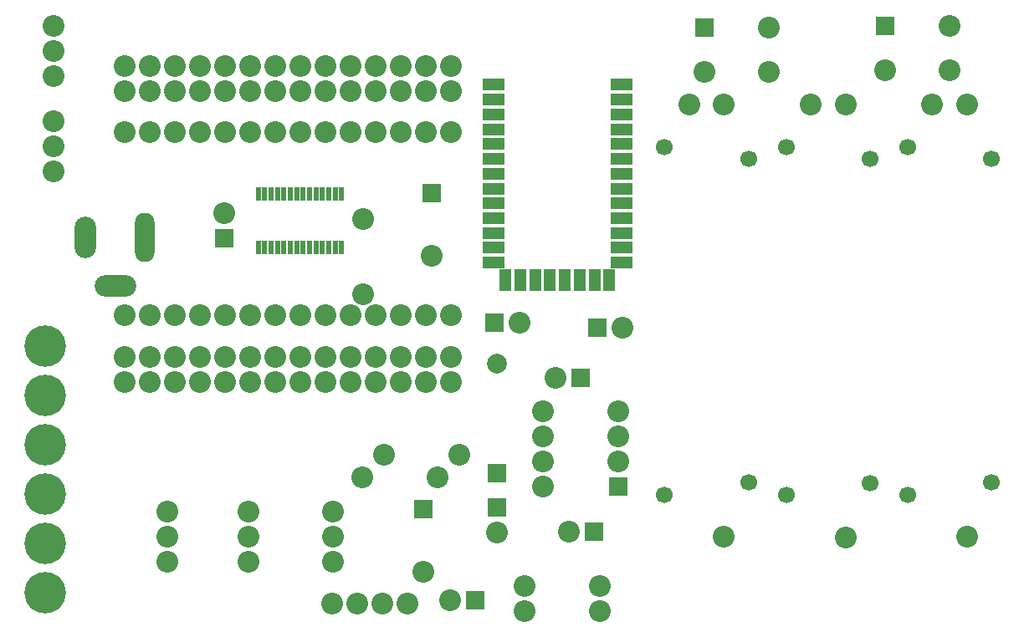
<source format=gbr>
G04 DipTrace 2.3.0.3*
%INTopMask.gbr*%
%MOIN*%
%ADD23C,0.0787*%
%ADD35C,0.0669*%
%ADD42R,0.0474X0.0867*%
%ADD44R,0.0867X0.0474*%
%ADD46C,0.1655*%
%ADD48R,0.0198X0.0572*%
%ADD50C,0.087*%
%ADD52O,0.1655X0.0867*%
%ADD54O,0.0867X0.1655*%
%ADD56O,0.0789X0.197*%
%ADD59C,0.087*%
%ADD61R,0.078X0.078*%
%ADD63C,0.0867*%
%FSLAX44Y44*%
G04*
G70*
G90*
G75*
G01*
%LNTopMask*%
%LPD*%
D63*
X5757Y24195D3*
Y23195D3*
Y22195D3*
Y27995D3*
Y26995D3*
Y25995D3*
D61*
X23415Y8781D3*
D59*
Y7781D3*
D61*
X27284Y7806D3*
D59*
X26284D3*
X24308Y16155D3*
D61*
X23308D3*
D59*
X20477Y6215D3*
D61*
Y8715D3*
D59*
X21553Y5094D3*
D61*
X22553D3*
D59*
X25737Y13971D3*
D61*
X26737D3*
D59*
X20799Y18815D3*
D61*
Y21315D3*
X23416Y10164D3*
D23*
Y14514D3*
D63*
X13493Y8615D3*
Y7615D3*
Y6615D3*
X10277Y8625D3*
Y7625D3*
Y6625D3*
X16889Y8633D3*
Y7633D3*
Y6633D3*
X8578Y23750D3*
X9578D3*
X10578D3*
X11578D3*
X12578D3*
X13578D3*
X14578D3*
X15578D3*
X16578D3*
X17578D3*
X18578D3*
X19578D3*
X20578D3*
X21578D3*
X21579Y16468D3*
X20579D3*
X19579D3*
X18579D3*
X17579D3*
X16579D3*
X15579D3*
X14579D3*
X13579D3*
X12579D3*
X11579D3*
X10579D3*
X9579D3*
X8579D3*
X21579Y26375D3*
X20579D3*
X19579D3*
X18579D3*
X17579D3*
X16579D3*
X15579D3*
X14579D3*
X13579D3*
X12579D3*
X11579D3*
X10579D3*
X9579D3*
X8579D3*
Y25375D3*
X9579D3*
X10579D3*
X11579D3*
X12579D3*
X13579D3*
X14579D3*
X15579D3*
X16579D3*
X17579D3*
X18579D3*
X19579D3*
X20579D3*
X21579D3*
Y14780D3*
X20579D3*
X19579D3*
X18579D3*
X17579D3*
X16579D3*
X15579D3*
X14579D3*
X13579D3*
X12579D3*
X11579D3*
X10579D3*
X9579D3*
X8579D3*
Y13780D3*
X9579D3*
X10579D3*
X11579D3*
X12579D3*
X13579D3*
X14579D3*
X15579D3*
X16579D3*
X17579D3*
X18579D3*
X19579D3*
X20579D3*
X21579D3*
D56*
X9377Y19544D3*
D54*
X7015D3*
D52*
X8196Y17615D3*
D59*
X28407Y15965D3*
D61*
X27407D3*
X28243Y9619D3*
D50*
Y10619D3*
Y11619D3*
Y12619D3*
X25243D3*
Y11619D3*
Y10619D3*
Y9619D3*
D61*
X12542Y19525D3*
D50*
Y20525D3*
D59*
X18055Y9977D3*
D50*
X21055D3*
D59*
X27510Y5652D3*
D50*
X24510D3*
D59*
X27510Y4662D3*
D50*
X24510D3*
D59*
X21894Y10903D3*
D50*
X18894D3*
D59*
X18067Y17305D3*
D50*
Y20305D3*
D61*
X31669Y27921D3*
D50*
Y26149D3*
X34229D3*
Y27921D3*
D61*
X38887Y27991D3*
D50*
Y26219D3*
X41446D3*
Y27991D3*
D63*
X42132Y24851D3*
X40754D3*
X42132Y7607D3*
D35*
X43116Y22685D3*
Y9772D3*
X39769Y23158D3*
Y9300D3*
D63*
X37291Y24847D3*
X35913D3*
X37291Y7603D3*
D35*
X38275Y22681D3*
Y9768D3*
X34929Y23154D3*
Y9296D3*
D63*
X32446Y24851D3*
X31068D3*
X32446Y7607D3*
D35*
X33430Y22685D3*
Y9772D3*
X30084Y23158D3*
Y9300D3*
D48*
X17223Y21279D3*
X16967D3*
X16711D3*
X16455D3*
X16199D3*
X15943D3*
X15687D3*
X15431D3*
X15175D3*
X14919D3*
X14664D3*
X14408D3*
X14152D3*
X13896D3*
Y19153D3*
X14152D3*
X14408D3*
X14664D3*
X14919D3*
X15175D3*
X15431D3*
X15687D3*
X15943D3*
X16199D3*
X16455D3*
X16711D3*
X16967D3*
X17223D3*
D63*
X19828Y4966D3*
X18828D3*
X17828D3*
X16828D3*
D46*
X5407Y15216D3*
Y13247D3*
Y11279D3*
Y9310D3*
Y7342D3*
Y5373D3*
D44*
X23258Y25639D3*
Y25049D3*
Y24458D3*
Y23868D3*
Y23277D3*
Y22686D3*
Y22096D3*
Y21505D3*
Y20915D3*
Y20324D3*
Y19734D3*
Y19143D3*
Y18553D3*
D42*
X23750Y17849D3*
X24340D3*
X24931D3*
X25522D3*
X26112D3*
X26703D3*
X27293D3*
X27884D3*
D44*
X28376Y18553D3*
Y19143D3*
Y19734D3*
Y20324D3*
Y20915D3*
Y21505D3*
X28377Y22096D3*
X28376Y22686D3*
Y23277D3*
Y23868D3*
Y24458D3*
Y25049D3*
Y25639D3*
M02*

</source>
